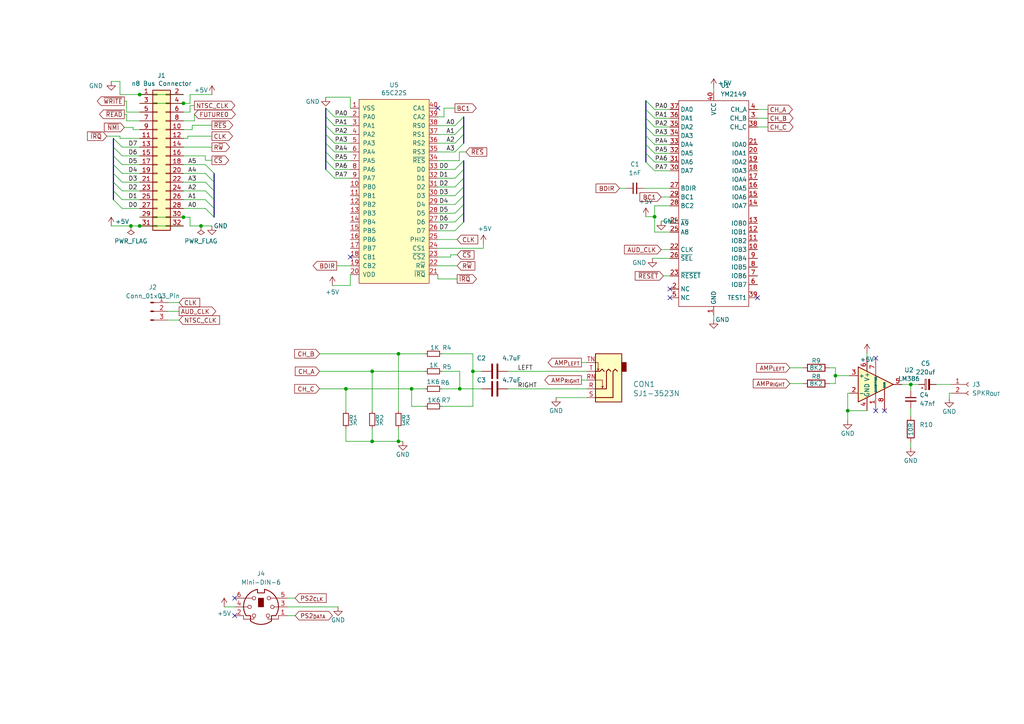
<source format=kicad_sch>
(kicad_sch (version 20230121) (generator eeschema)
  (paper "A4")
  (lib_symbols
    (symbol "+5V_1" (power) (pin_names (offset 0))
      (property "Value" "+5V_1" (at 0 3.556 0))
      (symbol "+5V_1_0_1"
        (polyline (pts (xy -0.762 1.27) (xy 0 2.54)))
        (polyline (pts (xy 0 0) (xy 0 2.54)))
        (polyline (pts (xy 0 2.54) (xy 0.762 1.27)))
      )
      (symbol "+5V_1_1_1"
        (pin power_in line (at 0 0 90) (length 0) hide (name "+5V") (number "1"))
      )
    )
    (symbol "Amplifier_Audio:LM386" (pin_names (offset 0.127))
      (property "Reference" "U" (at 1.27 7.62 0))
      (property "Value" "LM386" (at 1.27 5.08 0))
      (symbol "LM386_0_1"
        (polyline (pts (xy 5.08 0) (xy -5.08 5.08) (xy -5.08 -5.08) (xy 5.08 0)) (stroke (width 0.254)) (fill (type background)))
      )
      (symbol "LM386_1_1"
        (pin input line (at 0 -7.62 90) (length 5.08) (name "GAIN") (number "1"))
        (pin input line (at -7.62 -2.54 0) (length 2.54) (name "-") (number "2"))
        (pin input line (at -7.62 2.54 0) (length 2.54) (name "+") (number "3"))
        (pin power_in line (at -2.54 -7.62 90) (length 3.81) (name "GND") (number "4"))
        (pin output line (at 7.62 0 180) (length 2.54) (name "~") (number "5"))
        (pin power_in line (at -2.54 7.62 270) (length 3.81) (name "V+") (number "6"))
        (pin input line (at 0 7.62 270) (length 5.08) (name "BYPASS") (number "7"))
        (pin input line (at 2.54 -7.62 90) (length 6.35) (name "GAIN") (number "8"))
      )
    )
    (symbol "Connector:Conn_01x02_Socket" (pin_names (offset 1.016) hide)
      (property "Reference" "J" (at 0 2.54 0))
      (property "Value" "Conn_01x02_Socket" (at 0 -5.08 0))
      (symbol "Conn_01x02_Socket_1_1"
        (arc (start 0 -2.032) (mid -0.5058 -2.54) (end 0 -3.048) (stroke (width 0.1524)))
        (polyline (pts (xy -1.27 -2.54) (xy -0.508 -2.54)) (stroke (width 0.1524)))
        (polyline (pts (xy -1.27 0) (xy -0.508 0)) (stroke (width 0.1524)))
        (arc (start 0 0.508) (mid -0.5058 0) (end 0 -0.508) (stroke (width 0.1524)))
        (pin passive line (at -5.08 0 0) (length 3.81) (name "Pin_1") (number "1"))
        (pin passive line (at -5.08 -2.54 0) (length 3.81) (name "Pin_2") (number "2"))
      )
    )
    (symbol "Connector:Conn_01x03_Pin" (pin_names (offset 1.016) hide)
      (property "Reference" "J" (at 0 5.08 0))
      (property "Value" "Conn_01x03_Pin" (at 0 -5.08 0))
      (symbol "Conn_01x03_Pin_1_1"
        (polyline (pts (xy 1.27 -2.54) (xy 0.8636 -2.54)) (stroke (width 0.1524)))
        (polyline (pts (xy 1.27 0) (xy 0.8636 0)) (stroke (width 0.1524)))
        (polyline (pts (xy 1.27 2.54) (xy 0.8636 2.54)) (stroke (width 0.1524)))
        (rectangle (start 0.8636 -2.413) (end 0 -2.667) (stroke (width 0.1524)) (fill (type outline)))
        (rectangle (start 0.8636 0.127) (end 0 -0.127) (stroke (width 0.1524)) (fill (type outline)))
        (rectangle (start 0.8636 2.667) (end 0 2.413) (stroke (width 0.1524)) (fill (type outline)))
        (pin passive line (at 5.08 2.54 180) (length 3.81) (name "Pin_1") (number "1"))
        (pin passive line (at 5.08 0 180) (length 3.81) (name "Pin_2") (number "2"))
        (pin passive line (at 5.08 -2.54 180) (length 3.81) (name "Pin_3") (number "3"))
      )
    )
    (symbol "Connector:Mini-DIN-6" (pin_names (offset 1.016))
      (property "Reference" "J" (at 0 6.35 0))
      (property "Value" "Mini-DIN-6" (at 0 -6.35 0))
      (symbol "Mini-DIN-6_0_1"
        (circle (center -3.302 0) (radius 0.508))
        (arc (start -3.048 -4.064) (mid 0 -5.08) (end 3.048 -4.064) (stroke (width 0.254)))
        (circle (center -2.032 -2.54) (radius 0.508))
        (circle (center -2.032 2.54) (radius 0.508))
        (arc (start -1.016 5.08) (mid -4.6228 2.1214) (end -4.318 -2.54) (stroke (width 0.254)))
        (rectangle (start -0.762 2.54) (end 0.762 0) (fill (type outline)))
        (polyline (pts (xy -3.81 0) (xy -5.08 0)))
        (polyline (pts (xy -2.54 2.54) (xy -5.08 2.54)))
        (polyline (pts (xy 2.794 2.54) (xy 5.08 2.54)))
        (polyline (pts (xy 5.08 0) (xy 3.81 0)))
        (polyline (pts (xy -4.318 -2.54) (xy -3.048 -2.54) (xy -3.048 -4.064)) (stroke (width 0.254)))
        (polyline (pts (xy 4.318 -2.54) (xy 3.048 -2.54) (xy 3.048 -4.064)) (stroke (width 0.254)))
        (polyline (pts (xy -2.032 -3.048) (xy -2.032 -3.556) (xy -5.08 -3.556) (xy -5.08 -2.54)))
        (polyline (pts (xy -1.016 5.08) (xy -1.016 4.064) (xy 1.016 4.064) (xy 1.016 5.08)) (stroke (width 0.254)))
        (polyline (pts (xy 2.032 -3.048) (xy 2.032 -3.556) (xy 5.08 -3.556) (xy 5.08 -2.54)))
        (circle (center 2.032 -2.54) (radius 0.508))
        (circle (center 2.286 2.54) (radius 0.508))
        (circle (center 3.302 0) (radius 0.508))
        (arc (start 4.318 -2.54) (mid 4.6661 2.1322) (end 1.016 5.08) (stroke (width 0.254)))
      )
      (symbol "Mini-DIN-6_1_1"
        (pin passive line (at 7.62 -2.54 180) (length 2.54) (name "~") (number "1"))
        (pin passive line (at -7.62 -2.54 0) (length 2.54) (name "~") (number "2"))
        (pin passive line (at 7.62 0 180) (length 2.54) (name "~") (number "3"))
        (pin passive line (at -7.62 0 0) (length 2.54) (name "~") (number "4"))
        (pin passive line (at 7.62 2.54 180) (length 2.54) (name "~") (number "5"))
        (pin passive line (at -7.62 2.54 0) (length 2.54) (name "~") (number "6"))
      )
    )
    (symbol "Connector_Audio:AudioJack3_SwitchTR"
      (property "Reference" "J" (at 0 8.89 0))
      (property "Value" "AudioJack3_SwitchTR" (at 0 6.35 0))
      (symbol "AudioJack3_SwitchTR_0_1"
        (rectangle (start -5.08 -5.08) (end -6.35 -7.62) (stroke (width 0.254)) (fill (type outline)))
        (polyline (pts (xy 0.508 -0.254) (xy 0.762 -0.762)))
        (polyline (pts (xy 1.778 -5.334) (xy 2.032 -5.842)))
        (polyline (pts (xy 0 -5.08) (xy 0.635 -5.715) (xy 1.27 -5.08) (xy 2.54 -5.08)) (stroke (width 0.254)))
        (polyline (pts (xy 2.54 -7.62) (xy 1.778 -7.62) (xy 1.778 -5.334) (xy 1.524 -5.842)))
        (polyline (pts (xy 2.54 -2.54) (xy 0.508 -2.54) (xy 0.508 -0.254) (xy 0.254 -0.762)))
        (polyline (pts (xy -1.905 -5.08) (xy -1.27 -5.715) (xy -0.635 -5.08) (xy -0.635 0) (xy 2.54 0)) (stroke (width 0.254)))
        (polyline (pts (xy 2.54 2.54) (xy -2.54 2.54) (xy -2.54 -5.08) (xy -3.175 -5.715) (xy -3.81 -5.08)) (stroke (width 0.254)))
        (rectangle (start 2.54 3.81) (end -5.08 -10.16) (stroke (width 0.254)) (fill (type background)))
      )
      (symbol "AudioJack3_SwitchTR_1_1"
        (pin passive line (at 5.08 0 180) (length 2.54) (name "~") (number "R"))
        (pin passive line (at 5.08 -2.54 180) (length 2.54) (name "~") (number "RN"))
        (pin passive line (at 5.08 2.54 180) (length 2.54) (name "~") (number "S"))
        (pin passive line (at 5.08 -5.08 180) (length 2.54) (name "~") (number "T"))
        (pin passive line (at 5.08 -7.62 180) (length 2.54) (name "~") (number "TN"))
      )
    )
    (symbol "Connector_Generic:Conn_02x16_Odd_Even" (pin_names (offset 1.016) hide)
      (property "Reference" "J" (at 1.27 20.32 0))
      (property "Value" "Conn_02x16_Odd_Even" (at 1.27 -22.86 0))
      (symbol "Conn_02x16_Odd_Even_1_1"
        (rectangle (start -1.27 -20.193) (end 0 -20.447) (stroke (width 0.1524)))
        (rectangle (start -1.27 -17.653) (end 0 -17.907) (stroke (width 0.1524)))
        (rectangle (start -1.27 -15.113) (end 0 -15.367) (stroke (width 0.1524)))
        (rectangle (start -1.27 -12.573) (end 0 -12.827) (stroke (width 0.1524)))
        (rectangle (start -1.27 -10.033) (end 0 -10.287) (stroke (width 0.1524)))
        (rectangle (start -1.27 -7.493) (end 0 -7.747) (stroke (width 0.1524)))
        (rectangle (start -1.27 -4.953) (end 0 -5.207) (stroke (width 0.1524)))
        (rectangle (start -1.27 -2.413) (end 0 -2.667) (stroke (width 0.1524)))
        (rectangle (start -1.27 0.127) (end 0 -0.127) (stroke (width 0.1524)))
        (rectangle (start -1.27 2.667) (end 0 2.413) (stroke (width 0.1524)))
        (rectangle (start -1.27 5.207) (end 0 4.953) (stroke (width 0.1524)))
        (rectangle (start -1.27 7.747) (end 0 7.493) (stroke (width 0.1524)))
        (rectangle (start -1.27 10.287) (end 0 10.033) (stroke (width 0.1524)))
        (rectangle (start -1.27 12.827) (end 0 12.573) (stroke (width 0.1524)))
        (rectangle (start -1.27 15.367) (end 0 15.113) (stroke (width 0.1524)))
        (rectangle (start -1.27 17.907) (end 0 17.653) (stroke (width 0.1524)))
        (rectangle (start -1.27 19.05) (end 3.81 -21.59) (stroke (width 0.254)) (fill (type background)))
        (rectangle (start 3.81 -20.193) (end 2.54 -20.447) (stroke (width 0.1524)))
        (rectangle (start 3.81 -17.653) (end 2.54 -17.907) (stroke (width 0.1524)))
        (rectangle (start 3.81 -15.113) (end 2.54 -15.367) (stroke (width 0.1524)))
        (rectangle (start 3.81 -12.573) (end 2.54 -12.827) (stroke (width 0.1524)))
        (rectangle (start 3.81 -10.033) (end 2.54 -10.287) (stroke (width 0.1524)))
        (rectangle (start 3.81 -7.493) (end 2.54 -7.747) (stroke (width 0.1524)))
        (rectangle (start 3.81 -4.953) (end 2.54 -5.207) (stroke (width 0.1524)))
        (rectangle (start 3.81 -2.413) (end 2.54 -2.667) (stroke (width 0.1524)))
        (rectangle (start 3.81 0.127) (end 2.54 -0.127) (stroke (width 0.1524)))
        (rectangle (start 3.81 2.667) (end 2.54 2.413) (stroke (width 0.1524)))
        (rectangle (start 3.81 5.207) (end 2.54 4.953) (stroke (width 0.1524)))
        (rectangle (start 3.81 7.747) (end 2.54 7.493) (stroke (width 0.1524)))
        (rectangle (start 3.81 10.287) (end 2.54 10.033) (stroke (width 0.1524)))
        (rectangle (start 3.81 12.827) (end 2.54 12.573) (stroke (width 0.1524)))
        (rectangle (start 3.81 15.367) (end 2.54 15.113) (stroke (width 0.1524)))
        (rectangle (start 3.81 17.907) (end 2.54 17.653) (stroke (width 0.1524)))
        (pin passive line (at -5.08 17.78 0) (length 3.81) (name "Pin_1") (number "1"))
        (pin passive line (at 7.62 7.62 180) (length 3.81) (name "Pin_10") (number "10"))
        (pin passive line (at -5.08 5.08 0) (length 3.81) (name "Pin_11") (number "11"))
        (pin passive line (at 7.62 5.08 180) (length 3.81) (name "Pin_12") (number "12"))
        (pin passive line (at -5.08 2.54 0) (length 3.81) (name "Pin_13") (number "13"))
        (pin passive line (at 7.62 2.54 180) (length 3.81) (name "Pin_14") (number "14"))
        (pin passive line (at -5.08 0 0) (length 3.81) (name "Pin_15") (number "15"))
        (pin passive line (at 7.62 0 180) (length 3.81) (name "Pin_16") (number "16"))
        (pin passive line (at -5.08 -2.54 0) (length 3.81) (name "Pin_17") (number "17"))
        (pin passive line (at 7.62 -2.54 180) (length 3.81) (name "Pin_18") (number "18"))
        (pin passive line (at -5.08 -5.08 0) (length 3.81) (name "Pin_19") (number "19"))
        (pin passive line (at 7.62 17.78 180) (length 3.81) (name "Pin_2") (number "2"))
        (pin passive line (at 7.62 -5.08 180) (length 3.81) (name "Pin_20") (number "20"))
        (pin passive line (at -5.08 -7.62 0) (length 3.81) (name "Pin_21") (number "21"))
        (pin passive line (at 7.62 -7.62 180) (length 3.81) (name "Pin_22") (number "22"))
        (pin passive line (at -5.08 -10.16 0) (length 3.81) (name "Pin_23") (number "23"))
        (pin passive line (at 7.62 -10.16 180) (length 3.81) (name "Pin_24") (number "24"))
        (pin passive line (at -5.08 -12.7 0) (length 3.81) (name "Pin_25") (number "25"))
        (pin passive line (at 7.62 -12.7 180) (length 3.81) (name "Pin_26") (number "26"))
        (pin passive line (at -5.08 -15.24 0) (length 3.81) (name "Pin_27") (number "27"))
        (pin passive line (at 7.62 -15.24 180) (length 3.81) (name "Pin_28") (number "28"))
        (pin passive line (at -5.08 -17.78 0) (length 3.81) (name "Pin_29") (number "29"))
        (pin passive line (at -5.08 15.24 0) (length 3.81) (name "Pin_3") (number "3"))
        (pin passive line (at 7.62 -17.78 180) (length 3.81) (name "Pin_30") (number "30"))
        (pin passive line (at -5.08 -20.32 0) (length 3.81) (name "Pin_31") (number "31"))
        (pin passive line (at 7.62 -20.32 180) (length 3.81) (name "Pin_32") (number "32"))
        (pin passive line (at 7.62 15.24 180) (length 3.81) (name "Pin_4") (number "4"))
        (pin passive line (at -5.08 12.7 0) (length 3.81) (name "Pin_5") (number "5"))
        (pin passive line (at 7.62 12.7 180) (length 3.81) (name "Pin_6") (number "6"))
        (pin passive line (at -5.08 10.16 0) (length 3.81) (name "Pin_7") (number "7"))
        (pin passive line (at 7.62 10.16 180) (length 3.81) (name "Pin_8") (number "8"))
        (pin passive line (at -5.08 7.62 0) (length 3.81) (name "Pin_9") (number "9"))
      )
    )
    (symbol "Device:C" (pin_numbers hide) (pin_names (offset 0.254))
      (property "Reference" "C" (at 0.635 2.54 0))
      (property "Value" "C" (at 0.635 -2.54 0))
      (symbol "C_0_1"
        (polyline (pts (xy -2.032 -0.762) (xy 2.032 -0.762)) (stroke (width 0.508)))
        (polyline (pts (xy -2.032 0.762) (xy 2.032 0.762)) (stroke (width 0.508)))
      )
      (symbol "C_1_1"
        (pin passive line (at 0 3.81 270) (length 2.794) (name "~") (number "1"))
        (pin passive line (at 0 -3.81 90) (length 2.794) (name "~") (number "2"))
      )
    )
    (symbol "Device:C_Polarized_Small" (pin_numbers hide) (pin_names (offset 0.254) hide)
      (property "Reference" "C" (at 0.254 1.778 0))
      (property "Value" "C_Polarized_Small" (at 0.254 -2.032 0))
      (symbol "C_Polarized_Small_0_1"
        (rectangle (start -1.524 -0.3048) (end 1.524 -0.6858) (fill (type outline)))
        (rectangle (start -1.524 0.6858) (end 1.524 0.3048))
        (polyline (pts (xy -1.27 1.524) (xy -0.762 1.524)))
        (polyline (pts (xy -1.016 1.27) (xy -1.016 1.778)))
      )
      (symbol "C_Polarized_Small_1_1"
        (pin passive line (at 0 2.54 270) (length 1.8542) (name "~") (number "1"))
        (pin passive line (at 0 -2.54 90) (length 1.8542) (name "~") (number "2"))
      )
    )
    (symbol "Device:C_Small" (pin_numbers hide) (pin_names (offset 0.254) hide)
      (property "Reference" "C" (at 0.254 1.778 0))
      (property "Value" "C_Small" (at 0.254 -2.032 0))
      (symbol "C_Small_0_1"
        (polyline (pts (xy -1.524 -0.508) (xy 1.524 -0.508)) (stroke (width 0.3302)))
        (polyline (pts (xy -1.524 0.508) (xy 1.524 0.508)) (stroke (width 0.3048)))
      )
      (symbol "C_Small_1_1"
        (pin passive line (at 0 2.54 270) (length 2.032) (name "~") (number "1"))
        (pin passive line (at 0 -2.54 90) (length 2.032) (name "~") (number "2"))
      )
    )
    (symbol "Device:R" (pin_numbers hide) (pin_names (offset 0))
      (property "Reference" "R" (at 2.032 0 90))
      (property "Value" "R" (at 0 0 90))
      (symbol "R_0_1"
        (rectangle (start -1.016 -2.54) (end 1.016 2.54) (stroke (width 0.254)))
      )
      (symbol "R_1_1"
        (pin passive line (at 0 3.81 270) (length 1.27) (name "~") (number "1"))
        (pin passive line (at 0 -3.81 90) (length 1.27) (name "~") (number "2"))
      )
    )
    (symbol "Device:R_Small" (pin_numbers hide) (pin_names (offset 0.254) hide)
      (property "Reference" "R" (at 0.762 0.508 0))
      (property "Value" "R_Small" (at 0.762 -1.016 0))
      (symbol "R_Small_0_1"
        (rectangle (start -0.762 1.778) (end 0.762 -1.778) (stroke (width 0.2032)))
      )
      (symbol "R_Small_1_1"
        (pin passive line (at 0 2.54 270) (length 0.762) (name "~") (number "1"))
        (pin passive line (at 0 -2.54 90) (length 0.762) (name "~") (number "2"))
      )
    )
    (symbol "GND_1" (power) (pin_names (offset 0))
      (property "Value" "GND_1" (at 0 -3.81 0))
      (symbol "GND_1_0_1"
        (polyline (pts (xy 0 0) (xy 0 -1.27) (xy 1.27 -1.27) (xy 0 -2.54) (xy -1.27 -1.27) (xy 0 -1.27)))
      )
      (symbol "GND_1_1_1"
        (pin power_in line (at 0 0 270) (length 0) hide (name "GND") (number "1"))
      )
    )
    (symbol "Yamaha:YM2149"
      (property "Reference" "U" (at 0 0 0))
      (property "Value" "YM2149" (at 0 0 0))
      (symbol "YM2149_0_1"
        (rectangle (start -10.16 30.48) (end 10.16 -29.21))
      )
      (symbol "YM2149_1_1"
        (pin power_in line (at 0 -31.75 90) (length 2.54) (name "GND") (number "1"))
        (pin bidirectional line (at 12.7 -12.7 180) (length 2.54) (name "IOB3") (number "10"))
        (pin bidirectional line (at 12.7 -10.16 180) (length 2.54) (name "IOB2") (number "11"))
        (pin bidirectional line (at 12.7 -7.62 180) (length 2.54) (name "IOB1") (number "12"))
        (pin bidirectional line (at 12.7 -5.08 180) (length 2.54) (name "IOB0") (number "13"))
        (pin bidirectional line (at 12.7 0 180) (length 2.54) (name "IOA7") (number "14"))
        (pin bidirectional line (at 12.7 2.54 180) (length 2.54) (name "IOA6") (number "15"))
        (pin bidirectional line (at 12.7 5.08 180) (length 2.54) (name "IOA5") (number "16"))
        (pin bidirectional line (at 12.7 7.62 180) (length 2.54) (name "IOA4") (number "17"))
        (pin bidirectional line (at 12.7 10.16 180) (length 2.54) (name "IOA3") (number "18"))
        (pin bidirectional line (at 12.7 12.7 180) (length 2.54) (name "IOA2") (number "19"))
        (pin input line (at -12.7 -24.13 0) (length 2.54) (name "NC") (number "2"))
        (pin bidirectional line (at 12.7 15.24 180) (length 2.54) (name "IOA1") (number "20"))
        (pin bidirectional line (at 12.7 17.78 180) (length 2.54) (name "IOA0") (number "21"))
        (pin input line (at -12.7 -12.7 0) (length 2.54) (name "CLK") (number "22"))
        (pin input line (at -12.7 -20.32 0) (length 2.54) (name "~{RESET}") (number "23"))
        (pin input line (at -12.7 -5.08 0) (length 2.54) (name "~{A9}") (number "24"))
        (pin input line (at -12.7 -7.62 0) (length 2.54) (name "A8") (number "25"))
        (pin input line (at -12.7 -15.24 0) (length 2.54) (name "~{SEL}") (number "26"))
        (pin input line (at -12.7 5.08 0) (length 2.54) (name "BDIR") (number "27"))
        (pin input line (at -12.7 0 0) (length 2.54) (name "BC2") (number "28"))
        (pin input line (at -12.7 2.54 0) (length 2.54) (name "BC1") (number "29"))
        (pin output line (at 12.7 25.4 180) (length 2.54) (name "CH_B") (number "3"))
        (pin bidirectional line (at -12.7 10.16 0) (length 2.54) (name "DA7") (number "30"))
        (pin bidirectional line (at -12.7 12.7 0) (length 2.54) (name "DA6") (number "31"))
        (pin bidirectional line (at -12.7 15.24 0) (length 2.54) (name "DA5") (number "32"))
        (pin bidirectional line (at -12.7 17.78 0) (length 2.54) (name "DA4") (number "33"))
        (pin bidirectional line (at -12.7 20.32 0) (length 2.54) (name "DA3") (number "34"))
        (pin bidirectional line (at -12.7 22.86 0) (length 2.54) (name "DA2") (number "35"))
        (pin bidirectional line (at -12.7 25.4 0) (length 2.54) (name "DA1") (number "36"))
        (pin bidirectional line (at -12.7 27.94 0) (length 2.54) (name "DA0") (number "37"))
        (pin output line (at 12.7 22.86 180) (length 2.54) (name "CH_C") (number "38"))
        (pin output line (at 12.7 -26.67 180) (length 2.54) (name "TEST1") (number "39"))
        (pin output line (at 12.7 27.94 180) (length 2.54) (name "CH_A") (number "4"))
        (pin power_in line (at 0 33.02 270) (length 2.54) (name "VCC") (number "40"))
        (pin input line (at -12.7 -26.67 0) (length 2.54) (name "NC") (number "5"))
        (pin bidirectional line (at 12.7 -22.86 180) (length 2.54) (name "IOB7") (number "6"))
        (pin bidirectional line (at 12.7 -20.32 180) (length 2.54) (name "IOB6") (number "7"))
        (pin bidirectional line (at 12.7 -17.78 180) (length 2.54) (name "IOB5") (number "8"))
        (pin bidirectional line (at 12.7 -15.24 180) (length 2.54) (name "IOB4") (number "9"))
      )
    )
    (symbol "power:+5V" (power) (pin_names (offset 0))
      (property "Value" "+5V" (at 0 3.556 0))
      (symbol "+5V_0_1"
        (polyline (pts (xy -0.762 1.27) (xy 0 2.54)))
        (polyline (pts (xy 0 0) (xy 0 2.54)))
        (polyline (pts (xy 0 2.54) (xy 0.762 1.27)))
      )
      (symbol "+5V_1_1"
        (pin power_in line (at 0 0 90) (length 0) hide (name "+5V") (number "1"))
      )
    )
    (symbol "power:GND" (power) (pin_names (offset 0))
      (property "Value" "GND" (at 0 -3.81 0))
      (symbol "GND_0_1"
        (polyline (pts (xy 0 0) (xy 0 -1.27) (xy 1.27 -1.27) (xy 0 -2.54) (xy -1.27 -1.27) (xy 0 -1.27)))
      )
      (symbol "GND_1_1"
        (pin power_in line (at 0 0 270) (length 0) hide (name "GND") (number "1"))
      )
    )
    (symbol "power:PWR_FLAG" (power) (pin_numbers hide) (pin_names (offset 0) hide)
      (property "Value" "PWR_FLAG" (at 0 3.81 0))
      (symbol "PWR_FLAG_0_0"
        (pin power_out line (at 0 0 90) (length 0) (name "pwr") (number "1"))
      )
      (symbol "PWR_FLAG_0_1"
        (polyline (pts (xy 0 0) (xy 0 1.27) (xy -1.016 1.905) (xy 0 2.54) (xy 1.016 1.905) (xy 0 1.27)))
      )
    )
    (symbol "viaduct-rescue:65C22S-6502" (pin_names (offset 1.016))
      (property "Reference" "U" (at 0 -1.27 0))
      (property "Value" "65C22S-6502" (at 0 1.27 0))
      (symbol "65C22S-6502_1_1"
        (rectangle (start -10.16 25.4) (end 10.16 -27.94) (fill (type background)))
        (pin power_in line (at -12.7 22.86 0) (length 2.54) (name "VSS") (number "1"))
        (pin bidirectional line (at -12.7 0 0) (length 2.54) (name "PB0") (number "10"))
        (pin bidirectional line (at -12.7 -2.54 0) (length 2.54) (name "PB1") (number "11"))
        (pin bidirectional line (at -12.7 -5.08 0) (length 2.54) (name "PB2") (number "12"))
        (pin bidirectional line (at -12.7 -7.62 0) (length 2.54) (name "PB3") (number "13"))
        (pin bidirectional line (at -12.7 -10.16 0) (length 2.54) (name "PB4") (number "14"))
        (pin bidirectional line (at -12.7 -12.7 0) (length 2.54) (name "PB5") (number "15"))
        (pin bidirectional line (at -12.7 -15.24 0) (length 2.54) (name "PB6") (number "16"))
        (pin bidirectional line (at -12.7 -17.78 0) (length 2.54) (name "PB7") (number "17"))
        (pin bidirectional line (at -12.7 -20.32 0) (length 2.54) (name "CB1") (number "18"))
        (pin bidirectional line (at -12.7 -22.86 0) (length 2.54) (name "CB2") (number "19"))
        (pin bidirectional line (at -12.7 20.32 0) (length 2.54) (name "PA0") (number "2"))
        (pin power_in line (at -12.7 -25.4 0) (length 2.54) (name "VDD") (number "20"))
        (pin output line (at 12.7 -25.4 180) (length 2.54) (name "~{IRQ}") (number "21"))
        (pin input line (at 12.7 -22.86 180) (length 2.54) (name "R~{W}") (number "22"))
        (pin input line (at 12.7 -20.32 180) (length 2.54) (name "~{CS2}") (number "23"))
        (pin input line (at 12.7 -17.78 180) (length 2.54) (name "CS1") (number "24"))
        (pin input line (at 12.7 -15.24 180) (length 2.54) (name "PHI2") (number "25"))
        (pin bidirectional line (at 12.7 -12.7 180) (length 2.54) (name "D7") (number "26"))
        (pin bidirectional line (at 12.7 -10.16 180) (length 2.54) (name "D6") (number "27"))
        (pin bidirectional line (at 12.7 -7.62 180) (length 2.54) (name "D5") (number "28"))
        (pin bidirectional line (at 12.7 -5.08 180) (length 2.54) (name "D4") (number "29"))
        (pin bidirectional line (at -12.7 17.78 0) (length 2.54) (name "PA1") (number "3"))
        (pin bidirectional line (at 12.7 -2.54 180) (length 2.54) (name "D3") (number "30"))
        (pin bidirectional line (at 12.7 0 180) (length 2.54) (name "D2") (number "31"))
        (pin bidirectional line (at 12.7 2.54 180) (length 2.54) (name "D1") (number "32"))
        (pin bidirectional line (at 12.7 5.08 180) (length 2.54) (name "D0") (number "33"))
        (pin input line (at 12.7 7.62 180) (length 2.54) (name "~{RES}") (number "34"))
        (pin input line (at 12.7 10.16 180) (length 2.54) (name "RS3") (number "35"))
        (pin input line (at 12.7 12.7 180) (length 2.54) (name "RS2") (number "36"))
        (pin input line (at 12.7 15.24 180) (length 2.54) (name "RS1") (number "37"))
        (pin input line (at 12.7 17.78 180) (length 2.54) (name "RS0") (number "38"))
        (pin bidirectional line (at 12.7 20.32 180) (length 2.54) (name "CA2") (number "39"))
        (pin bidirectional line (at -12.7 15.24 0) (length 2.54) (name "PA2") (number "4"))
        (pin bidirectional line (at 12.7 22.86 180) (length 2.54) (name "CA1") (number "40"))
        (pin bidirectional line (at -12.7 12.7 0) (length 2.54) (name "PA3") (number "5"))
        (pin bidirectional line (at -12.7 10.16 0) (length 2.54) (name "PA4") (number "6"))
        (pin bidirectional line (at -12.7 7.62 0) (length 2.54) (name "PA5") (number "7"))
        (pin bidirectional line (at -12.7 5.08 0) (length 2.54) (name "PA6") (number "8"))
        (pin bidirectional line (at -12.7 2.54 0) (length 2.54) (name "PA7") (number "9"))
      )
    )
  )
  (junction (at 37.973 65.532))
  (junction (at 40.513 65.532))
  (junction (at 242.316 108.966))
  (junction (at 189.865 62.865))
  (junction (at 133.35 112.776))
  (junction (at 40.513 27.432))
  (junction (at 107.95 107.696))
  (junction (at 264.16 111.506))
  (junction (at 119.38 112.776))
  (junction (at 115.57 102.616))
  (junction (at 58.293 65.532))
  (junction (at 115.57 128.016))
  (junction (at 53.213 29.972))
  (junction (at 137.16 107.696))
  (junction (at 53.213 62.992))
  (junction (at 107.95 128.016))
  (junction (at 245.872 119.126))
  (junction (at 100.33 112.776))
  (no_connect (at 219.71 86.36))
  (no_connect (at 68.072 178.562))
  (no_connect (at 127 31.369))
  (no_connect (at 254 119.126))
  (no_connect (at 68.072 173.482))
  (no_connect (at 254 103.886))
  (no_connect (at 256.54 119.126))
  (no_connect (at 194.31 83.82))
  (no_connect (at 194.31 86.36))
  (no_connect (at 101.6 74.549))
  (bus_entry (at 187.325 39.37) (size 2.54 2.54))
  (bus_entry (at 131.953 41.529) (size 2.54 -2.54))
  (bus_entry (at 62.103 60.452) (size -2.54 -2.54))
  (bus_entry (at 134.493 54.229) (size -2.54 2.54))
  (bus_entry (at 94.488 41.529) (size 2.54 2.54))
  (bus_entry (at 131.953 38.989) (size 2.54 -2.54))
  (bus_entry (at 62.103 57.912) (size -2.54 -2.54))
  (bus_entry (at 35.433 57.912) (size -2.54 -2.54))
  (bus_entry (at 94.488 38.989) (size 2.54 2.54))
  (bus_entry (at 94.488 36.449) (size 2.54 2.54))
  (bus_entry (at 134.493 51.689) (size -2.54 2.54))
  (bus_entry (at 35.433 47.752) (size -2.54 -2.54))
  (bus_entry (at 94.488 49.149) (size 2.54 2.54))
  (bus_entry (at 187.325 31.75) (size 2.54 2.54))
  (bus_entry (at 35.433 50.292) (size -2.54 -2.54))
  (bus_entry (at 62.103 55.372) (size -2.54 -2.54))
  (bus_entry (at 62.103 52.832) (size -2.54 -2.54))
  (bus_entry (at 187.325 34.29) (size 2.54 2.54))
  (bus_entry (at 134.493 46.609) (size -2.54 2.54))
  (bus_entry (at 62.103 62.992) (size -2.54 -2.54))
  (bus_entry (at 187.325 41.91) (size 2.54 2.54))
  (bus_entry (at 131.953 36.449) (size 2.54 -2.54))
  (bus_entry (at 94.488 33.909) (size 2.54 2.54))
  (bus_entry (at 134.493 59.309) (size -2.54 2.54))
  (bus_entry (at 134.493 61.849) (size -2.54 2.54))
  (bus_entry (at 94.488 31.369) (size 2.54 2.54))
  (bus_entry (at 62.103 50.292) (size -2.54 -2.54))
  (bus_entry (at 134.493 64.389) (size -2.54 2.54))
  (bus_entry (at 134.493 56.769) (size -2.54 2.54))
  (bus_entry (at 35.433 45.212) (size -2.54 -2.54))
  (bus_entry (at 35.433 42.672) (size -2.54 -2.54))
  (bus_entry (at 187.325 36.83) (size 2.54 2.54))
  (bus_entry (at 35.433 60.452) (size -2.54 -2.54))
  (bus_entry (at 187.325 29.21) (size 2.54 2.54))
  (bus_entry (at 134.493 49.149) (size -2.54 2.54))
  (bus_entry (at 131.953 44.069) (size 2.54 -2.54))
  (bus_entry (at 187.325 46.99) (size 2.54 2.54))
  (bus_entry (at 35.433 52.832) (size -2.54 -2.54))
  (bus_entry (at 35.433 55.372) (size -2.54 -2.54))
  (bus_entry (at 187.325 44.45) (size 2.54 2.54))
  (bus_entry (at 94.488 46.609) (size 2.54 2.54))
  (bus_entry (at 94.488 44.069) (size 2.54 2.54))
  (wire (pts (xy 40.513 62.992) (xy 53.213 62.992)))
  (wire (pts (xy 189.23 74.93) (xy 194.31 74.93)))
  (wire (pts (xy 127 51.689) (xy 131.953 51.689)))
  (wire (pts (xy 191.77 64.135) (xy 194.31 64.135)))
  (wire (pts (xy 115.57 128.016) (xy 116.84 128.016)))
  (wire (pts (xy 55.118 29.972) (xy 55.118 27.432)))
  (bus (pts (xy 32.893 52.832) (xy 32.893 55.372)))
  (wire (pts (xy 127 79.629) (xy 127 80.899)))
  (wire (pts (xy 137.16 107.696) (xy 137.16 117.856)))
  (wire (pts (xy 128.27 112.776) (xy 133.35 112.776)))
  (wire (pts (xy 137.16 107.696) (xy 139.7 107.696)))
  (wire (pts (xy 245.872 114.046) (xy 245.872 119.126)))
  (wire (pts (xy 189.865 62.865) (xy 189.865 59.69)))
  (wire (pts (xy 161.29 115.316) (xy 170.18 115.316)))
  (wire (pts (xy 131.953 36.449) (xy 127 36.449)))
  (bus (pts (xy 94.488 31.369) (xy 94.488 33.909)))
  (wire (pts (xy 55.118 65.532) (xy 58.293 65.532)))
  (bus (pts (xy 187.325 29.21) (xy 187.325 31.75)))
  (bus (pts (xy 32.893 42.672) (xy 32.893 45.212)))
  (wire (pts (xy 40.513 52.832) (xy 35.433 52.832)))
  (wire (pts (xy 53.213 57.912) (xy 59.563 57.912)))
  (wire (pts (xy 127 77.089) (xy 132.588 77.089)))
  (wire (pts (xy 264.16 111.506) (xy 266.446 111.506)))
  (wire (pts (xy 219.71 31.75) (xy 222.758 31.75)))
  (wire (pts (xy 56.388 35.052) (xy 56.388 33.147)))
  (bus (pts (xy 134.493 49.149) (xy 134.493 51.689)))
  (wire (pts (xy 127 33.909) (xy 128.778 33.909)))
  (wire (pts (xy 189.865 59.69) (xy 194.31 59.69)))
  (wire (pts (xy 53.213 42.672) (xy 61.468 42.672)))
  (wire (pts (xy 53.213 32.512) (xy 55.118 32.512)))
  (wire (pts (xy 127 74.549) (xy 130.683 74.549)))
  (bus (pts (xy 32.893 50.292) (xy 32.893 52.832)))
  (wire (pts (xy 127 61.849) (xy 131.953 61.849)))
  (bus (pts (xy 187.325 34.29) (xy 187.325 36.83)))
  (wire (pts (xy 53.213 60.452) (xy 59.563 60.452)))
  (wire (pts (xy 127 80.899) (xy 132.588 80.899)))
  (wire (pts (xy 97.028 51.689) (xy 101.6 51.689)))
  (wire (pts (xy 130.683 74.549) (xy 130.683 73.914)))
  (wire (pts (xy 40.513 35.052) (xy 36.703 35.052)))
  (wire (pts (xy 229.108 106.68) (xy 232.918 106.68)))
  (bus (pts (xy 187.325 39.37) (xy 187.325 41.91)))
  (wire (pts (xy 48.768 90.297) (xy 51.943 90.297)))
  (wire (pts (xy 168.656 110.236) (xy 170.18 110.236)))
  (wire (pts (xy 92.71 102.616) (xy 115.57 102.616)))
  (bus (pts (xy 32.893 40.132) (xy 32.893 42.672)))
  (wire (pts (xy 245.872 119.126) (xy 245.872 121.92)))
  (wire (pts (xy 97.663 77.089) (xy 101.6 77.089)))
  (wire (pts (xy 32.258 65.532) (xy 37.973 65.532)))
  (wire (pts (xy 170.18 105.156) (xy 168.656 105.156)))
  (wire (pts (xy 97.028 38.989) (xy 101.6 38.989)))
  (wire (pts (xy 128.778 31.369) (xy 131.953 31.369)))
  (bus (pts (xy 134.493 59.309) (xy 134.493 61.849)))
  (wire (pts (xy 107.95 107.696) (xy 123.19 107.696)))
  (bus (pts (xy 94.488 44.069) (xy 94.488 46.609)))
  (wire (pts (xy 34.798 40.132) (xy 34.798 39.497)))
  (wire (pts (xy 53.213 50.292) (xy 59.563 50.292)))
  (wire (pts (xy 194.31 64.135) (xy 194.31 64.77)))
  (wire (pts (xy 54.483 40.132) (xy 54.483 39.497)))
  (wire (pts (xy 147.32 107.696) (xy 170.18 107.696)))
  (wire (pts (xy 128.27 102.616) (xy 137.16 102.616)))
  (wire (pts (xy 186.69 54.61) (xy 194.31 54.61)))
  (wire (pts (xy 40.513 60.452) (xy 35.433 60.452)))
  (bus (pts (xy 62.103 60.452) (xy 62.103 62.992)))
  (wire (pts (xy 189.865 31.75) (xy 194.31 31.75)))
  (wire (pts (xy 36.703 35.052) (xy 36.703 33.147)))
  (wire (pts (xy 115.57 102.616) (xy 115.57 119.126)))
  (wire (pts (xy 40.513 50.292) (xy 35.433 50.292)))
  (wire (pts (xy 189.865 41.91) (xy 194.31 41.91)))
  (wire (pts (xy 38.608 36.957) (xy 36.068 36.957)))
  (wire (pts (xy 179.705 54.61) (xy 181.61 54.61)))
  (wire (pts (xy 271.526 111.506) (xy 275.844 111.506)))
  (wire (pts (xy 101.6 31.369) (xy 101.6 28.194)))
  (wire (pts (xy 127 49.149) (xy 131.953 49.149)))
  (wire (pts (xy 127 56.769) (xy 131.953 56.769)))
  (wire (pts (xy 127 54.229) (xy 131.953 54.229)))
  (wire (pts (xy 219.71 34.29) (xy 222.758 34.29)))
  (bus (pts (xy 94.488 41.529) (xy 94.488 44.069)))
  (wire (pts (xy 40.513 57.912) (xy 35.433 57.912)))
  (wire (pts (xy 127 72.009) (xy 140.208 72.009)))
  (wire (pts (xy 34.798 27.432) (xy 34.798 23.622)))
  (wire (pts (xy 40.513 65.532) (xy 53.213 65.532)))
  (wire (pts (xy 40.513 42.672) (xy 35.433 42.672)))
  (wire (pts (xy 275.844 114.046) (xy 275.336 114.046)))
  (wire (pts (xy 97.028 36.449) (xy 101.6 36.449)))
  (wire (pts (xy 242.316 111.252) (xy 242.316 108.966)))
  (bus (pts (xy 62.103 52.832) (xy 62.103 55.372)))
  (bus (pts (xy 134.493 33.909) (xy 134.493 36.449)))
  (bus (pts (xy 134.493 51.689) (xy 134.493 54.229)))
  (bus (pts (xy 94.488 33.909) (xy 94.488 36.449)))
  (wire (pts (xy 55.118 27.432) (xy 61.468 27.432)))
  (wire (pts (xy 100.33 119.126) (xy 100.33 112.776)))
  (wire (pts (xy 264.16 111.506) (xy 264.16 113.284)))
  (wire (pts (xy 58.293 65.532) (xy 61.468 65.532)))
  (wire (pts (xy 107.95 107.696) (xy 107.95 119.126)))
  (wire (pts (xy 251.46 102.362) (xy 251.46 103.886)))
  (wire (pts (xy 55.753 37.592) (xy 55.753 36.322)))
  (wire (pts (xy 127 66.929) (xy 131.953 66.929)))
  (wire (pts (xy 101.6 28.194) (xy 94.488 28.194)))
  (wire (pts (xy 40.513 47.752) (xy 35.433 47.752)))
  (bus (pts (xy 134.493 36.449) (xy 134.493 38.989)))
  (bus (pts (xy 62.103 55.372) (xy 62.103 57.912)))
  (wire (pts (xy 229.108 111.252) (xy 232.918 111.252)))
  (wire (pts (xy 83.312 176.022) (xy 98.044 176.022)))
  (wire (pts (xy 192.405 80.01) (xy 194.31 80.01)))
  (wire (pts (xy 53.213 55.372) (xy 59.563 55.372)))
  (wire (pts (xy 55.753 36.322) (xy 61.468 36.322)))
  (wire (pts (xy 127 59.309) (xy 131.953 59.309)))
  (wire (pts (xy 53.213 40.132) (xy 54.483 40.132)))
  (wire (pts (xy 261.62 111.506) (xy 264.16 111.506)))
  (wire (pts (xy 97.028 33.909) (xy 101.6 33.909)))
  (wire (pts (xy 137.16 117.856) (xy 128.27 117.856)))
  (wire (pts (xy 97.028 49.149) (xy 101.6 49.149)))
  (wire (pts (xy 36.703 32.512) (xy 36.703 29.337)))
  (wire (pts (xy 119.38 112.776) (xy 119.38 117.856)))
  (wire (pts (xy 207.01 25.4) (xy 207.01 26.67)))
  (wire (pts (xy 189.865 49.53) (xy 194.31 49.53)))
  (wire (pts (xy 38.608 37.592) (xy 38.608 36.957)))
  (wire (pts (xy 207.01 91.44) (xy 207.01 92.71)))
  (wire (pts (xy 37.973 65.532) (xy 40.513 65.532)))
  (bus (pts (xy 94.488 46.609) (xy 94.488 49.149)))
  (wire (pts (xy 119.38 112.776) (xy 123.19 112.776)))
  (wire (pts (xy 240.538 111.252) (xy 242.316 111.252)))
  (wire (pts (xy 40.513 29.972) (xy 53.213 29.972)))
  (wire (pts (xy 128.27 107.696) (xy 133.35 107.696)))
  (wire (pts (xy 55.118 30.607) (xy 56.388 30.607)))
  (wire (pts (xy 48.768 92.837) (xy 51.943 92.837)))
  (bus (pts (xy 187.325 44.45) (xy 187.325 46.99)))
  (wire (pts (xy 97.028 44.069) (xy 101.6 44.069)))
  (wire (pts (xy 83.312 178.562) (xy 85.598 178.562)))
  (wire (pts (xy 191.77 72.39) (xy 194.31 72.39)))
  (bus (pts (xy 94.488 36.449) (xy 94.488 38.989)))
  (wire (pts (xy 55.118 62.992) (xy 55.118 65.532)))
  (wire (pts (xy 115.57 102.616) (xy 123.19 102.616)))
  (wire (pts (xy 191.77 57.15) (xy 194.31 57.15)))
  (wire (pts (xy 127 46.609) (xy 133.223 46.609)))
  (wire (pts (xy 40.513 55.372) (xy 35.433 55.372)))
  (wire (pts (xy 100.33 112.776) (xy 119.38 112.776)))
  (wire (pts (xy 65.024 176.022) (xy 68.072 176.022)))
  (wire (pts (xy 189.865 46.99) (xy 194.31 46.99)))
  (wire (pts (xy 40.513 37.592) (xy 38.608 37.592)))
  (wire (pts (xy 34.798 23.622) (xy 32.258 23.622)))
  (wire (pts (xy 128.778 33.909) (xy 128.778 31.369)))
  (wire (pts (xy 119.38 117.856) (xy 123.19 117.856)))
  (bus (pts (xy 32.893 47.752) (xy 32.893 50.292)))
  (wire (pts (xy 189.865 39.37) (xy 194.31 39.37)))
  (wire (pts (xy 53.213 37.592) (xy 55.753 37.592)))
  (wire (pts (xy 187.325 62.865) (xy 189.865 62.865)))
  (wire (pts (xy 97.028 46.609) (xy 101.6 46.609)))
  (wire (pts (xy 130.683 73.914) (xy 132.588 73.914)))
  (wire (pts (xy 53.213 45.212) (xy 59.563 45.212)))
  (bus (pts (xy 32.893 55.372) (xy 32.893 57.912)))
  (wire (pts (xy 53.213 52.832) (xy 59.563 52.832)))
  (wire (pts (xy 242.316 108.966) (xy 246.38 108.966)))
  (bus (pts (xy 32.893 45.212) (xy 32.893 47.752)))
  (wire (pts (xy 115.57 128.016) (xy 115.57 124.206)))
  (wire (pts (xy 246.38 114.046) (xy 245.872 114.046)))
  (wire (pts (xy 40.513 45.212) (xy 35.433 45.212)))
  (wire (pts (xy 189.865 34.29) (xy 194.31 34.29)))
  (bus (pts (xy 134.493 46.609) (xy 134.493 49.149)))
  (wire (pts (xy 107.95 128.016) (xy 115.57 128.016)))
  (wire (pts (xy 194.31 67.31) (xy 189.865 67.31)))
  (wire (pts (xy 54.483 39.497) (xy 61.468 39.497)))
  (bus (pts (xy 62.103 57.912) (xy 62.103 60.452)))
  (wire (pts (xy 101.6 79.629) (xy 101.6 82.804)))
  (wire (pts (xy 53.213 29.972) (xy 55.118 29.972)))
  (wire (pts (xy 219.71 36.83) (xy 222.758 36.83)))
  (wire (pts (xy 189.865 36.83) (xy 194.31 36.83)))
  (wire (pts (xy 97.028 41.529) (xy 101.6 41.529)))
  (wire (pts (xy 137.16 102.616) (xy 137.16 107.696)))
  (wire (pts (xy 40.513 27.432) (xy 53.213 27.432)))
  (bus (pts (xy 134.493 56.769) (xy 134.493 59.309)))
  (wire (pts (xy 189.865 67.31) (xy 189.865 62.865)))
  (wire (pts (xy 251.46 119.126) (xy 245.872 119.126)))
  (wire (pts (xy 275.336 114.046) (xy 275.336 115.57)))
  (wire (pts (xy 133.35 107.696) (xy 133.35 112.776)))
  (wire (pts (xy 34.798 27.432) (xy 40.513 27.432)))
  (wire (pts (xy 107.95 128.016) (xy 107.95 124.206)))
  (wire (pts (xy 242.316 106.68) (xy 242.316 108.966)))
  (wire (pts (xy 131.953 38.989) (xy 127 38.989)))
  (wire (pts (xy 34.798 39.497) (xy 30.988 39.497)))
  (wire (pts (xy 59.563 46.482) (xy 61.468 46.482)))
  (wire (pts (xy 133.223 46.609) (xy 133.223 44.069)))
  (wire (pts (xy 36.703 29.337) (xy 36.068 29.337)))
  (wire (pts (xy 133.35 112.776) (xy 139.7 112.776)))
  (wire (pts (xy 127 64.389) (xy 131.953 64.389)))
  (wire (pts (xy 53.213 47.752) (xy 59.563 47.752)))
  (wire (pts (xy 100.33 128.016) (xy 107.95 128.016)))
  (bus (pts (xy 62.103 50.292) (xy 62.103 52.832)))
  (wire (pts (xy 92.71 107.696) (xy 107.95 107.696)))
  (wire (pts (xy 100.33 124.206) (xy 100.33 128.016)))
  (wire (pts (xy 133.223 44.069) (xy 135.128 44.069)))
  (wire (pts (xy 264.16 118.364) (xy 264.16 120.65)))
  (bus (pts (xy 187.325 41.91) (xy 187.325 44.45)))
  (wire (pts (xy 53.213 62.992) (xy 55.118 62.992)))
  (bus (pts (xy 94.488 38.989) (xy 94.488 41.529)))
  (wire (pts (xy 101.6 82.804) (xy 96.393 82.804)))
  (wire (pts (xy 127 44.069) (xy 131.953 44.069)))
  (wire (pts (xy 131.953 41.529) (xy 127 41.529)))
  (wire (pts (xy 55.118 32.512) (xy 55.118 30.607)))
  (bus (pts (xy 134.493 61.849) (xy 134.493 64.389)))
  (wire (pts (xy 59.563 45.212) (xy 59.563 46.482)))
  (wire (pts (xy 40.513 40.132) (xy 34.798 40.132)))
  (wire (pts (xy 127 69.469) (xy 132.588 69.469)))
  (wire (pts (xy 147.32 112.776) (xy 170.18 112.776)))
  (wire (pts (xy 83.312 173.482) (xy 85.598 173.482)))
  (bus (pts (xy 187.325 31.75) (xy 187.325 34.29)))
  (wire (pts (xy 264.16 128.27) (xy 264.16 129.794)))
  (wire (pts (xy 189.865 44.45) (xy 194.31 44.45)))
  (wire (pts (xy 240.538 106.68) (xy 242.316 106.68)))
  (wire (pts (xy 140.208 72.009) (xy 140.208 70.739)))
  (wire (pts (xy 48.768 87.757) (xy 51.943 87.757)))
  (wire (pts (xy 40.513 32.512) (xy 36.703 32.512)))
  (bus (pts (xy 134.493 54.229) (xy 134.493 56.769)))
  (bus (pts (xy 134.493 38.989) (xy 134.493 41.529)))
  (wire (pts (xy 36.703 33.147) (xy 36.068 33.147)))
  (bus (pts (xy 187.325 36.83) (xy 187.325 39.37)))
  (wire (pts (xy 92.71 112.776) (xy 100.33 112.776)))
  (wire (pts (xy 53.213 35.052) (xy 56.388 35.052)))
  (label "PA6" (at 193.675 46.99 180))
  (label "PA7" (at 100.838 51.689 180))
  (label "PA2" (at 193.675 36.83 180))
  (label "PA5" (at 100.838 46.609 180))
  (label "A5" (at 57.023 47.752 180))
  (label "D6" (at 130.048 64.389 180))
  (label "A0" (at 129.413 36.449 0))
  (label "A4" (at 57.023 50.292 180))
  (label "D2" (at 39.878 55.372 180))
  (label "D5" (at 130.048 61.849 180))
  (label "D2" (at 130.048 54.229 180))
  (label "PA4" (at 100.838 44.069 180))
  (label "D0" (at 39.878 60.452 180))
  (label "A3" (at 129.413 44.069 0))
  (label "RIGHT" (at 150.114 112.776 0))
  (label "D6" (at 39.878 45.212 180))
  (label "D1" (at 130.048 51.689 180))
  (label "PA3" (at 100.838 41.529 180))
  (label "A0" (at 57.023 60.452 180))
  (label "PA2" (at 100.838 38.989 180))
  (label "PA6" (at 100.838 49.149 180))
  (label "D7" (at 130.048 66.929 180))
  (label "A1" (at 57.023 57.912 180))
  (label "PA0" (at 193.675 31.75 180))
  (label "D3" (at 39.878 52.832 180))
  (label "PA4" (at 193.675 41.91 180))
  (label "PA0" (at 100.838 33.909 180))
  (label "D0" (at 130.048 49.149 180))
  (label "A1" (at 129.413 38.989 0))
  (label "D5" (at 39.878 47.752 180))
  (label "D4" (at 130.048 59.309 180))
  (label "D1" (at 39.878 57.912 180))
  (label "A2" (at 57.023 55.372 180))
  (label "PA5" (at 193.675 44.45 180))
  (label "LEFT" (at 150.114 107.696 0))
  (label "D3" (at 130.048 56.769 180))
  (label "D7" (at 39.878 42.672 180))
  (label "D4" (at 39.878 50.292 180))
  (label "PA1" (at 193.675 34.29 180))
  (label "PA3" (at 193.675 39.37 180))
  (label "PA7" (at 193.675 49.53 180))
  (label "PA1" (at 100.838 36.449 180))
  (label "A2" (at 129.413 41.529 0))
  (label "A3" (at 57.023 52.832 180))
  (global_label "AMP_{RIGHT}" (shape output) (at 168.656 110.236 180) (property "Intersheetrefs" "${INTERSHEET_REFS}" (effects hide)))
  (global_label "CH_A" (shape input) (at 92.71 107.696 180) (property "Intersheetrefs" "${INTERSHEET_REFS}" (effects hide)))
  (global_label "~{CS}" (shape output) (at 61.468 46.482 0) (property "Intersheetrefs" "${INTERSHEET_REFS}" (effects hide)))
  (global_label "NTSC_CLK" (shape input) (at 51.943 92.837 0) (property "Intersheetrefs" "${INTERSHEET_REFS}" (effects hide)))
  (global_label "R~{W}" (shape input) (at 132.588 77.089 0) (property "Intersheetrefs" "${INTERSHEET_REFS}" (effects hide)))
  (global_label "CH_C" (shape input) (at 92.71 112.776 180) (property "Intersheetrefs" "${INTERSHEET_REFS}" (effects hide)))
  (global_label "CH_A" (shape output) (at 222.758 31.75 0) (property "Intersheetrefs" "${INTERSHEET_REFS}" (effects hide)))
  (global_label "FUTURE0" (shape bidirectional) (at 56.388 33.147 0) (property "Intersheetrefs" "${INTERSHEET_REFS}" (effects hide)))
  (global_label "~{CS}" (shape input) (at 132.588 73.914 0) (property "Intersheetrefs" "${INTERSHEET_REFS}" (effects hide)))
  (global_label "BC1" (shape input) (at 191.77 57.15 180) (property "Intersheetrefs" "${INTERSHEET_REFS}" (effects hide)))
  (global_label "AUD_CLK" (shape input) (at 191.77 72.39 180) (property "Intersheetrefs" "${INTERSHEET_REFS}" (effects hide)))
  (global_label "PS2_{DATA}" (shape bidirectional) (at 85.598 178.562 0) (property "Intersheetrefs" "${INTERSHEET_REFS}" (effects hide)))
  (global_label "PS2_{CLK}" (shape input) (at 85.598 173.482 0) (property "Intersheetrefs" "${INTERSHEET_REFS}" (effects hide)))
  (global_label "BDIR" (shape input) (at 179.705 54.61 180) (property "Intersheetrefs" "${INTERSHEET_REFS}" (effects hide)))
  (global_label "CH_B" (shape output) (at 222.758 34.29 0) (property "Intersheetrefs" "${INTERSHEET_REFS}" (effects hide)))
  (global_label "CLK" (shape input) (at 132.588 69.469 0) (property "Intersheetrefs" "${INTERSHEET_REFS}" (effects hide)))
  (global_label "AMP_{LEFT}" (shape output) (at 168.656 105.156 180) (property "Intersheetrefs" "${INTERSHEET_REFS}" (effects hide)))
  (global_label "R~{W}" (shape output) (at 61.468 42.672 0) (property "Intersheetrefs" "${INTERSHEET_REFS}" (effects hide)))
  (global_label "NTSC_CLK" (shape output) (at 56.388 30.607 0) (property "Intersheetrefs" "${INTERSHEET_REFS}" (effects hide)))
  (global_label "~{RES}" (shape output) (at 61.468 36.322 0) (property "Intersheetrefs" "${INTERSHEET_REFS}" (effects hide)))
  (global_label "CH_C" (shape output) (at 222.758 36.83 0) (property "Intersheetrefs" "${INTERSHEET_REFS}" (effects hide)))
  (global_label "CLK" (shape input) (at 51.943 87.757 0) (property "Intersheetrefs" "${INTERSHEET_REFS}" (effects hide)))
  (global_label "~{RES}" (shape input) (at 135.128 44.069 0) (property "Intersheetrefs" "${INTERSHEET_REFS}" (effects hide)))
  (global_label "BDIR" (shape output) (at 97.663 77.089 180) (property "Intersheetrefs" "${INTERSHEET_REFS}" (effects hide)))
  (global_label "~{IRQ}" (shape output) (at 132.588 80.899 0) (property "Intersheetrefs" "${INTERSHEET_REFS}" (effects hide)))
  (global_label "CLK" (shape output) (at 61.468 39.497 0) (property "Intersheetrefs" "${INTERSHEET_REFS}" (effects hide)))
  (global_label "~{IRQ}" (shape input) (at 30.988 39.497 180) (property "Intersheetrefs" "${INTERSHEET_REFS}" (effects hide)))
  (global_label "AMP_{LEFT}" (shape input) (at 229.108 106.68 180) (property "Intersheetrefs" "${INTERSHEET_REFS}" (effects hide)))
  (global_label "~{RESET}" (shape input) (at 192.405 80.01 180) (property "Intersheetrefs" "${INTERSHEET_REFS}" (effects hide)))
  (global_label "AMP_{RIGHT}" (shape input) (at 229.108 111.252 180) (property "Intersheetrefs" "${INTERSHEET_REFS}" (effects hide)))
  (global_label "~{WRITE}" (shape output) (at 36.068 29.337 180) (property "Intersheetrefs" "${INTERSHEET_REFS}" (effects hide)))
  (global_label "~{NMI}" (shape input) (at 36.068 36.957 180) (property "Intersheetrefs" "${INTERSHEET_REFS}" (effects hide)))
  (global_label "AUD_CLK" (shape output) (at 51.943 90.297 0) (property "Intersheetrefs" "${INTERSHEET_REFS}" (effects hide)))
  (global_label "~{READ}" (shape output) (at 36.068 33.147 180) (property "Intersheetrefs" "${INTERSHEET_REFS}" (effects hide)))
  (global_label "BC1" (shape output) (at 131.953 31.369 0) (property "Intersheetrefs" "${INTERSHEET_REFS}" (effects hide)))
  (global_label "CH_B" (shape input) (at 92.71 102.616 180) (property "Intersheetrefs" "${INTERSHEET_REFS}" (effects hide)))
  (symbol (lib_id "Connector_Generic:Conn_02x16_Odd_Even") (at 45.593 45.212 0) (unit 1)
    (property "Reference" "J1" (at 46.863 21.9202 0))
    (property "Value" "n8 Bus Connector" (at 46.863 24.2316 0))
    (property "Footprint" "Connector_PinHeader_2.54mm:PinHeader_2x16_P2.54mm_Horizontal" (effects hide))
  )
  (symbol (lib_id "power:+5V") (at 61.468 27.432 0) (unit 1)
    (property "Reference" "#PWR0101" (effects hide))
    (property "Value" "+5V" (at 58.293 26.162 0))
  )
  (symbol (lib_id "power:GND") (at 61.468 65.532 0) (unit 1)
    (property "Reference" "#PWR0102" (effects hide))
    (property "Value" "GND" (at 64.008 65.532 0))
  )
  (symbol (lib_id "power:+5V") (at 32.258 65.532 0) (unit 1)
    (property "Reference" "#PWR0103" (effects hide))
    (property "Value" "+5V" (at 35.433 64.262 0))
  )
  (symbol (lib_id "power:GND") (at 32.258 23.622 0) (unit 1)
    (property "Reference" "#PWR0104" (effects hide))
    (property "Value" "GND" (at 27.813 24.892 0))
  )
  (symbol (lib_id "power:PWR_FLAG") (at 58.293 65.532 180) (unit 1)
    (property "Reference" "#FLG0101" (effects hide))
    (property "Value" "PWR_FLAG" (at 58.293 69.9262 0))
  )
  (symbol (lib_id "power:PWR_FLAG") (at 37.973 65.532 180) (unit 1)
    (property "Reference" "#FLG0102" (effects hide))
    (property "Value" "PWR_FLAG" (at 37.973 69.9262 0))
  )
  (symbol (lib_name "GND_1") (lib_id "power:GND") (at 189.23 74.93 0) (unit 1)
    (property "Reference" "#PWR04" (effects hide))
    (property "Value" "GND" (at 185.42 76.2 0))
  )
  (symbol (lib_id "Device:C") (at 143.51 112.776 90) (unit 1)
    (property "Reference" "C3" (at 140.97 110.236 90) (effects (justify left)))
    (property "Value" "4.7uF" (at 151.13 110.236 90) (effects (justify left)))
    (property "Footprint" "Capacitor_THT:CP_Radial_D6.3mm_P2.50mm" (effects hide))
  )
  (symbol (lib_id "power:+5V") (at 251.46 102.362 0) (unit 1)
    (property "Reference" "#PWR016" (effects hide))
    (property "Value" "+5V" (at 251.46 104.267 0))
  )
  (symbol (lib_id "power:GND") (at 116.84 128.016 0) (unit 1)
    (property "Reference" "#PWR012" (effects hide))
    (property "Value" "GND" (at 116.84 131.826 0))
  )
  (symbol (lib_id "power:GND") (at 245.872 121.92 0) (unit 1)
    (property "Reference" "#PWR06" (effects hide))
    (property "Value" "GND" (at 245.872 125.73 0))
  )
  (symbol (lib_id "Device:C_Polarized_Small") (at 268.986 111.506 90) (unit 1)
    (property "Reference" "C5" (at 268.4399 105.41 90))
    (property "Value" "220uf" (at 268.4399 107.95 90))
  )
  (symbol (lib_id "Device:R") (at 236.728 106.68 90) (unit 1)
    (property "Reference" "R9" (at 236.728 104.648 90))
    (property "Value" "8K2" (at 236.728 106.68 90))
  )
  (symbol (lib_id "Device:R_Small") (at 125.73 107.696 270) (unit 1)
    (property "Reference" "R5" (at 128.27 106.426 90) (effects (justify left)))
    (property "Value" "1K" (at 124.46 105.918 90) (effects (justify left)))
    (property "Footprint" "Resistor_THT:R_Axial_DIN0207_L6.3mm_D2.5mm_P10.16mm_Horizontal" (effects hide))
  )
  (symbol (lib_id "Device:R_Small") (at 125.73 112.776 270) (unit 1)
    (property "Reference" "R6" (at 127.762 110.998 90) (effects (justify left)))
    (property "Value" "1K6" (at 123.698 110.744 90) (effects (justify left)))
    (property "Footprint" "Resistor_THT:R_Axial_DIN0207_L6.3mm_D2.5mm_P10.16mm_Horizontal" (effects hide))
  )
  (symbol (lib_id "power:GND") (at 191.77 64.135 0) (unit 1)
    (property "Reference" "#PWR05" (effects hide))
    (property "Value" "GND" (at 194.31 64.135 0))
  )
  (symbol (lib_id "power:GND") (at 161.29 115.316 0) (unit 1)
    (property "Reference" "#PWR013" (effects hide))
    (property "Value" "GND" (at 161.29 119.126 0))
  )
  (symbol (lib_id "power:+5V") (at 207.01 25.4 0) (unit 1)
    (property "Reference" "#PWR02" (effects hide))
    (property "Value" "+5V" (at 210.185 24.13 0))
  )
  (symbol (lib_id "power:GND") (at 94.488 28.194 0) (unit 1)
    (property "Reference" "#PWR07" (effects hide))
    (property "Value" "GND" (at 90.678 29.464 0))
  )
  (symbol (lib_name "+5V_1") (lib_id "power:+5V") (at 187.325 62.865 0) (unit 1)
    (property "Reference" "#PWR03" (effects hide))
    (property "Value" "+5V" (at 187.325 58.42 0))
  )
  (symbol (lib_id "Device:R_Small") (at 107.95 121.666 0) (unit 1)
    (property "Reference" "R2" (at 108.712 121.158 0) (effects (justify left)))
    (property "Value" "3K" (at 108.712 122.682 0) (effects (justify left)))
    (property "Footprint" "Resistor_THT:R_Axial_DIN0207_L6.3mm_D2.5mm_P10.16mm_Horizontal" (effects hide))
  )
  (symbol (lib_id "Device:R_Small") (at 125.73 117.856 270) (unit 1)
    (property "Reference" "R7" (at 128.016 116.078 90) (effects (justify left)))
    (property "Value" "1K6" (at 123.952 116.078 90) (effects (justify left)))
    (property "Footprint" "Resistor_THT:R_Axial_DIN0207_L6.3mm_D2.5mm_P10.16mm_Horizontal" (effects hide))
  )
  (symbol (lib_id "Device:R_Small") (at 100.33 121.666 0) (unit 1)
    (property "Reference" "R1" (at 101.092 121.158 0) (effects (justify left)))
    (property "Value" "3K" (at 101.092 122.682 0) (effects (justify left)))
    (property "Footprint" "Resistor_THT:R_Axial_DIN0207_L6.3mm_D2.5mm_P10.16mm_Horizontal" (effects hide))
  )
  (symbol (lib_id "Connector:Mini-DIN-6") (at 75.692 176.022 0) (unit 1)
    (property "Reference" "J4" (at 75.7097 166.37 0))
    (property "Value" "Mini-DIN-6" (at 75.7097 168.91 0))
    (property "Datasheet" "http://service.powerdynamics.com/ec/Catalog17/Section%2011.pdf" (effects hide))
  )
  (symbol (lib_id "Device:R_Small") (at 125.73 102.616 270) (unit 1)
    (property "Reference" "R4" (at 128.27 100.838 90) (effects (justify left)))
    (property "Value" "1K" (at 124.714 100.838 90) (effects (justify left)))
    (property "Footprint" "Resistor_THT:R_Axial_DIN0207_L6.3mm_D2.5mm_P10.16mm_Horizontal" (effects hide))
  )
  (symbol (lib_id "power:+5V") (at 96.393 82.804 0) (unit 1)
    (property "Reference" "#PWR08" (effects hide))
    (property "Value" "+5V" (at 96.393 84.709 0))
  )
  (symbol (lib_id "power:+5V") (at 140.208 70.739 0) (unit 1)
    (property "Reference" "#PWR09" (effects hide))
    (property "Value" "+5V" (at 140.589 66.3448 0))
  )
  (symbol (lib_id "power:GND") (at 98.044 176.022 0) (unit 1)
    (property "Reference" "#PWR014" (effects hide))
    (property "Value" "GND" (at 98.044 179.832 0))
  )
  (symbol (lib_id "Device:C_Small") (at 264.16 115.824 0) (unit 1)
    (property "Reference" "C4" (at 266.7 114.5603 0) (effects (justify left)))
    (property "Value" "47nf" (at 266.7 117.1003 0) (effects (justify left)))
  )
  (symbol (lib_id "Device:R") (at 264.16 124.46 0) (unit 1)
    (property "Reference" "R10" (at 266.7 123.19 0) (effects (justify left)))
    (property "Value" "10R" (at 264.16 126.492 90) (effects (justify left)))
  )
  (symbol (lib_id "power:+5V") (at 65.024 176.022 0) (unit 1)
    (property "Reference" "#PWR015" (effects hide))
    (property "Value" "+5V" (at 65.024 177.927 0))
  )
  (symbol (lib_id "power:GND") (at 207.01 92.71 0) (unit 1)
    (property "Reference" "#PWR01" (effects hide))
    (property "Value" "GND" (at 209.55 92.71 0))
  )
  (symbol (lib_id "power:GND") (at 264.16 129.794 0) (unit 1)
    (property "Reference" "#PWR010" (effects hide))
    (property "Value" "GND" (at 264.16 133.604 0))
  )
  (symbol (lib_id "Device:C_Small") (at 184.15 54.61 90) (unit 1)
    (property "Reference" "C1" (at 184.1563 47.625 90))
    (property "Value" "1nF" (at 184.1563 50.165 90))
  )
  (symbol (lib_id "Amplifier_Audio:LM386") (at 254 111.506 0) (unit 1)
    (property "Reference" "U2" (at 263.652 107.3151 0))
    (property "Value" "LM386" (at 263.652 109.8551 0))
    (property "Datasheet" "http://www.ti.com/lit/ds/symlink/lm386.pdf" (effects hide))
  )
  (symbol (lib_id "Connector_Audio:AudioJack3_SwitchTR") (at 175.26 112.776 180) (unit 1)
    (property "Reference" "CON1" (at 183.5912 111.4298 0) (effects (font (size 1.524 1.524)) (justify right)))
    (property "Value" "SJ1-3523N" (at 183.5912 114.1222 0) (effects (font (size 1.524 1.524)) (justify right)))
    (property "Footprint" "rc2014:Headphone_Jack_3.5mm_5_pin" (effects hide))
  )
  (symbol (lib_id "Device:R_Small") (at 115.57 121.666 0) (unit 1)
    (property "Reference" "R3" (at 116.332 121.158 0) (effects (justify left)))
    (property "Value" "3K" (at 116.332 122.682 0) (effects (justify left)))
    (property "Footprint" "Resistor_THT:R_Axial_DIN0207_L6.3mm_D2.5mm_P10.16mm_Horizontal" (effects hide))
  )
  (symbol (lib_id "Connector:Conn_01x02_Socket") (at 280.924 111.506 0) (unit 1)
    (property "Reference" "J3" (at 281.94 111.506 0) (effects (justify left)))
    (property "Value" "SPKR_{OUT}" (at 281.94 114.046 0) (effects (justify left)))
  )
  (symbol (lib_id "Device:C") (at 143.51 107.696 90) (unit 1)
    (property "Reference" "C2" (at 140.97 103.886 90) (effects (justify left)))
    (property "Value" "4.7uF" (at 151.13 103.886 90) (effects (justify left)))
    (property "Footprint" "Capacitor_THT:CP_Radial_D6.3mm_P2.50mm" (effects hide))
  )
  (symbol (lib_id "Device:R") (at 236.728 111.252 90) (unit 1)
    (property "Reference" "R8" (at 236.728 109.22 90))
    (property "Value" "8K2" (at 236.728 111.252 90))
  )
  (symbol (lib_id "power:GND") (at 275.336 115.57 0) (unit 1)
    (property "Reference" "#PWR011" (effects hide))
    (property "Value" "GND" (at 275.336 119.38 0))
  )
  (symbol (lib_id "Yamaha:YM2149") (at 207.01 59.69 0) (unit 1)
    (property "Reference" "U1" (at 208.9659 24.765 0) (effects (justify left)))
    (property "Value" "YM2149" (at 208.9659 27.305 0) (effects (justify left)))
    (property "Footprint" "Package_DIP:DIP-40_W15.24mm_Socket" (effects hide))
  )
  (symbol (lib_id "Connector:Conn_01x03_Pin") (at 43.688 90.297 0) (unit 1)
    (property "Reference" "J2" (at 44.323 83.312 0))
    (property "Value" "Conn_01x03_Pin" (at 44.323 85.852 0))
  )
  (symbol (lib_id "viaduct-rescue:65C22S-6502") (at 114.3 54.229 0) (unit 1)
    (property "Reference" "U5" (at 114.3 24.638 0))
    (property "Value" "65C22S" (at 114.3 26.9494 0))
    (property "Footprint" "Package_DIP:DIP-40_W15.24mm_Socket" (effects hide))
  )
)
</source>
